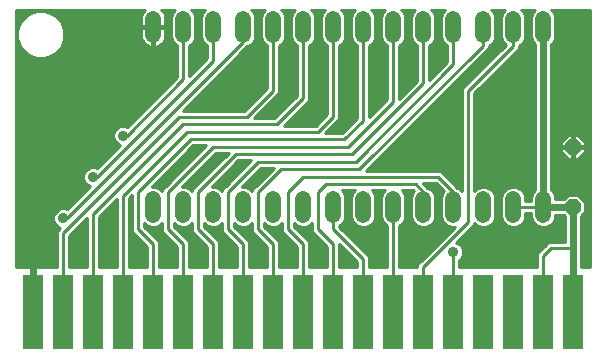
<source format=gtl>
G75*
%MOIN*%
%OFA0B0*%
%FSLAX25Y25*%
%IPPOS*%
%LPD*%
%AMOC8*
5,1,8,0,0,1.08239X$1,22.5*
%
%ADD10R,0.07000X0.25000*%
%ADD11OC8,0.05200*%
%ADD12C,0.05200*%
%ADD13C,0.01000*%
%ADD14C,0.02400*%
%ADD15C,0.03569*%
D10*
X0009000Y0013900D03*
X0019000Y0013900D03*
X0029000Y0013900D03*
X0039000Y0013900D03*
X0049000Y0013900D03*
X0059000Y0013900D03*
X0069000Y0013900D03*
X0079000Y0013900D03*
X0089000Y0013900D03*
X0099000Y0013900D03*
X0109000Y0013900D03*
X0119000Y0013900D03*
X0129000Y0013900D03*
X0139000Y0013900D03*
X0149000Y0013900D03*
X0159000Y0013900D03*
X0169000Y0013900D03*
X0179000Y0013900D03*
X0189000Y0013900D03*
D11*
X0189000Y0048900D03*
X0189000Y0068900D03*
D12*
X0179000Y0051500D02*
X0179000Y0046300D01*
X0169000Y0046300D02*
X0169000Y0051500D01*
X0159000Y0051500D02*
X0159000Y0046300D01*
X0149000Y0046300D02*
X0149000Y0051500D01*
X0139000Y0051500D02*
X0139000Y0046300D01*
X0129000Y0046300D02*
X0129000Y0051500D01*
X0119000Y0051500D02*
X0119000Y0046300D01*
X0109000Y0046300D02*
X0109000Y0051500D01*
X0099000Y0051500D02*
X0099000Y0046300D01*
X0089000Y0046300D02*
X0089000Y0051500D01*
X0079000Y0051500D02*
X0079000Y0046300D01*
X0069000Y0046300D02*
X0069000Y0051500D01*
X0059000Y0051500D02*
X0059000Y0046300D01*
X0049000Y0046300D02*
X0049000Y0051500D01*
X0049000Y0106300D02*
X0049000Y0111500D01*
X0059000Y0111500D02*
X0059000Y0106300D01*
X0069000Y0106300D02*
X0069000Y0111500D01*
X0079000Y0111500D02*
X0079000Y0106300D01*
X0089000Y0106300D02*
X0089000Y0111500D01*
X0099000Y0111500D02*
X0099000Y0106300D01*
X0109000Y0106300D02*
X0109000Y0111500D01*
X0119000Y0111500D02*
X0119000Y0106300D01*
X0129000Y0106300D02*
X0129000Y0111500D01*
X0139000Y0111500D02*
X0139000Y0106300D01*
X0149000Y0106300D02*
X0149000Y0111500D01*
X0159000Y0111500D02*
X0159000Y0106300D01*
X0169000Y0106300D02*
X0169000Y0111500D01*
X0179000Y0111500D02*
X0179000Y0106300D01*
D13*
X0182802Y0104765D02*
X0194750Y0104765D01*
X0194750Y0105763D02*
X0183100Y0105763D01*
X0183100Y0105484D02*
X0183100Y0112316D01*
X0182476Y0113822D01*
X0181648Y0114650D01*
X0194750Y0114650D01*
X0194750Y0028900D01*
X0191700Y0028900D01*
X0191700Y0045802D01*
X0193100Y0047202D01*
X0193100Y0050598D01*
X0190698Y0053000D01*
X0187302Y0053000D01*
X0185902Y0051600D01*
X0183100Y0051600D01*
X0183100Y0052316D01*
X0182476Y0053822D01*
X0181700Y0054598D01*
X0181700Y0103202D01*
X0182476Y0103978D01*
X0183100Y0105484D01*
X0183100Y0106762D02*
X0194750Y0106762D01*
X0194750Y0107760D02*
X0183100Y0107760D01*
X0183100Y0108759D02*
X0194750Y0108759D01*
X0194750Y0109757D02*
X0183100Y0109757D01*
X0183100Y0110756D02*
X0194750Y0110756D01*
X0194750Y0111754D02*
X0183100Y0111754D01*
X0182919Y0112753D02*
X0194750Y0112753D01*
X0194750Y0113751D02*
X0182505Y0113751D01*
X0176352Y0114650D02*
X0175524Y0113822D01*
X0174900Y0112316D01*
X0174900Y0105484D01*
X0175524Y0103978D01*
X0176300Y0103202D01*
X0176300Y0054598D01*
X0175524Y0053822D01*
X0174900Y0052316D01*
X0174900Y0050900D01*
X0173100Y0050900D01*
X0173100Y0052316D01*
X0172476Y0053822D01*
X0171322Y0054976D01*
X0169816Y0055600D01*
X0168184Y0055600D01*
X0166678Y0054976D01*
X0165524Y0053822D01*
X0164900Y0052316D01*
X0164900Y0045484D01*
X0165524Y0043978D01*
X0166678Y0042824D01*
X0168184Y0042200D01*
X0169816Y0042200D01*
X0171322Y0042824D01*
X0172476Y0043978D01*
X0173100Y0045484D01*
X0173100Y0046900D01*
X0174900Y0046900D01*
X0174900Y0045484D01*
X0175524Y0043978D01*
X0176678Y0042824D01*
X0178184Y0042200D01*
X0179816Y0042200D01*
X0181322Y0042824D01*
X0182476Y0043978D01*
X0183100Y0045484D01*
X0183100Y0046200D01*
X0185902Y0046200D01*
X0186300Y0045802D01*
X0186300Y0037150D01*
X0180672Y0037150D01*
X0179500Y0035978D01*
X0177000Y0033478D01*
X0177000Y0028900D01*
X0151000Y0028900D01*
X0151000Y0031255D01*
X0151784Y0032040D01*
X0152284Y0033247D01*
X0152284Y0034553D01*
X0151784Y0035760D01*
X0150860Y0036684D01*
X0149978Y0037050D01*
X0154828Y0041900D01*
X0154828Y0041900D01*
X0156000Y0043072D01*
X0156000Y0043502D01*
X0156678Y0042824D01*
X0158184Y0042200D01*
X0159816Y0042200D01*
X0161322Y0042824D01*
X0162476Y0043978D01*
X0163100Y0045484D01*
X0163100Y0052316D01*
X0162476Y0053822D01*
X0161322Y0054976D01*
X0159816Y0055600D01*
X0158184Y0055600D01*
X0156678Y0054976D01*
X0156000Y0054298D01*
X0156000Y0086822D01*
X0169828Y0100650D01*
X0171000Y0101822D01*
X0171000Y0102691D01*
X0171322Y0102824D01*
X0172476Y0103978D01*
X0173100Y0105484D01*
X0173100Y0112316D01*
X0172476Y0113822D01*
X0171648Y0114650D01*
X0176352Y0114650D01*
X0175495Y0113751D02*
X0172505Y0113751D01*
X0172919Y0112753D02*
X0175081Y0112753D01*
X0174900Y0111754D02*
X0173100Y0111754D01*
X0173100Y0110756D02*
X0174900Y0110756D01*
X0174900Y0109757D02*
X0173100Y0109757D01*
X0173100Y0108759D02*
X0174900Y0108759D01*
X0174900Y0107760D02*
X0173100Y0107760D01*
X0173100Y0106762D02*
X0174900Y0106762D01*
X0174900Y0105763D02*
X0173100Y0105763D01*
X0172802Y0104765D02*
X0175198Y0104765D01*
X0175736Y0103766D02*
X0172264Y0103766D01*
X0171186Y0102768D02*
X0176300Y0102768D01*
X0176300Y0101769D02*
X0170947Y0101769D01*
X0169949Y0100770D02*
X0176300Y0100770D01*
X0176300Y0099772D02*
X0168950Y0099772D01*
X0167952Y0098773D02*
X0176300Y0098773D01*
X0176300Y0097775D02*
X0166953Y0097775D01*
X0165955Y0096776D02*
X0176300Y0096776D01*
X0176300Y0095778D02*
X0164956Y0095778D01*
X0163958Y0094779D02*
X0176300Y0094779D01*
X0176300Y0093781D02*
X0162959Y0093781D01*
X0161961Y0092782D02*
X0176300Y0092782D01*
X0176300Y0091784D02*
X0160962Y0091784D01*
X0159964Y0090785D02*
X0176300Y0090785D01*
X0176300Y0089787D02*
X0158965Y0089787D01*
X0157967Y0088788D02*
X0176300Y0088788D01*
X0176300Y0087790D02*
X0156968Y0087790D01*
X0156000Y0086791D02*
X0176300Y0086791D01*
X0176300Y0085793D02*
X0156000Y0085793D01*
X0156000Y0084794D02*
X0176300Y0084794D01*
X0176300Y0083796D02*
X0156000Y0083796D01*
X0156000Y0082797D02*
X0176300Y0082797D01*
X0176300Y0081799D02*
X0156000Y0081799D01*
X0156000Y0080800D02*
X0176300Y0080800D01*
X0176300Y0079802D02*
X0156000Y0079802D01*
X0156000Y0078803D02*
X0176300Y0078803D01*
X0176300Y0077805D02*
X0156000Y0077805D01*
X0156000Y0076806D02*
X0176300Y0076806D01*
X0176300Y0075808D02*
X0156000Y0075808D01*
X0156000Y0074809D02*
X0176300Y0074809D01*
X0176300Y0073811D02*
X0156000Y0073811D01*
X0156000Y0072812D02*
X0176300Y0072812D01*
X0176300Y0071814D02*
X0156000Y0071814D01*
X0156000Y0070815D02*
X0176300Y0070815D01*
X0176300Y0069817D02*
X0156000Y0069817D01*
X0156000Y0068818D02*
X0176300Y0068818D01*
X0176300Y0067820D02*
X0156000Y0067820D01*
X0156000Y0066821D02*
X0176300Y0066821D01*
X0176300Y0065823D02*
X0156000Y0065823D01*
X0156000Y0064824D02*
X0176300Y0064824D01*
X0176300Y0063826D02*
X0156000Y0063826D01*
X0156000Y0062827D02*
X0176300Y0062827D01*
X0176300Y0061829D02*
X0156000Y0061829D01*
X0156000Y0060830D02*
X0176300Y0060830D01*
X0176300Y0059832D02*
X0156000Y0059832D01*
X0156000Y0058833D02*
X0176300Y0058833D01*
X0176300Y0057834D02*
X0156000Y0057834D01*
X0156000Y0056836D02*
X0176300Y0056836D01*
X0176300Y0055837D02*
X0156000Y0055837D01*
X0156000Y0054839D02*
X0156541Y0054839D01*
X0161459Y0054839D02*
X0166541Y0054839D01*
X0165542Y0053840D02*
X0162458Y0053840D01*
X0162882Y0052842D02*
X0165118Y0052842D01*
X0164900Y0051843D02*
X0163100Y0051843D01*
X0163100Y0050845D02*
X0164900Y0050845D01*
X0164900Y0049846D02*
X0163100Y0049846D01*
X0163100Y0048848D02*
X0164900Y0048848D01*
X0164900Y0047849D02*
X0163100Y0047849D01*
X0163100Y0046851D02*
X0164900Y0046851D01*
X0164900Y0045852D02*
X0163100Y0045852D01*
X0162839Y0044854D02*
X0165161Y0044854D01*
X0165646Y0043855D02*
X0162354Y0043855D01*
X0161355Y0042857D02*
X0166645Y0042857D01*
X0171355Y0042857D02*
X0176645Y0042857D01*
X0175646Y0043855D02*
X0172354Y0043855D01*
X0172839Y0044854D02*
X0175161Y0044854D01*
X0174900Y0045852D02*
X0173100Y0045852D01*
X0173100Y0046851D02*
X0174900Y0046851D01*
X0179000Y0048900D02*
X0169000Y0048900D01*
X0173100Y0051843D02*
X0174900Y0051843D01*
X0175118Y0052842D02*
X0172882Y0052842D01*
X0172458Y0053840D02*
X0175542Y0053840D01*
X0176300Y0054839D02*
X0171459Y0054839D01*
X0181700Y0054839D02*
X0194750Y0054839D01*
X0194750Y0055837D02*
X0181700Y0055837D01*
X0181700Y0056836D02*
X0194750Y0056836D01*
X0194750Y0057834D02*
X0181700Y0057834D01*
X0181700Y0058833D02*
X0194750Y0058833D01*
X0194750Y0059832D02*
X0181700Y0059832D01*
X0181700Y0060830D02*
X0194750Y0060830D01*
X0194750Y0061829D02*
X0181700Y0061829D01*
X0181700Y0062827D02*
X0194750Y0062827D01*
X0194750Y0063826D02*
X0181700Y0063826D01*
X0181700Y0064824D02*
X0187278Y0064824D01*
X0187302Y0064800D02*
X0184900Y0067202D01*
X0184900Y0068600D01*
X0188700Y0068600D01*
X0188700Y0069200D01*
X0188700Y0073000D01*
X0187302Y0073000D01*
X0184900Y0070598D01*
X0184900Y0069200D01*
X0188700Y0069200D01*
X0189300Y0069200D01*
X0189300Y0073000D01*
X0190698Y0073000D01*
X0193100Y0070598D01*
X0193100Y0069200D01*
X0189300Y0069200D01*
X0189300Y0068600D01*
X0193100Y0068600D01*
X0193100Y0067202D01*
X0190698Y0064800D01*
X0189300Y0064800D01*
X0189300Y0068600D01*
X0188700Y0068600D01*
X0188700Y0064800D01*
X0187302Y0064800D01*
X0188700Y0064824D02*
X0189300Y0064824D01*
X0189300Y0065823D02*
X0188700Y0065823D01*
X0188700Y0066821D02*
X0189300Y0066821D01*
X0189300Y0067820D02*
X0188700Y0067820D01*
X0188700Y0068818D02*
X0181700Y0068818D01*
X0181700Y0067820D02*
X0184900Y0067820D01*
X0185281Y0066821D02*
X0181700Y0066821D01*
X0181700Y0065823D02*
X0186279Y0065823D01*
X0190722Y0064824D02*
X0194750Y0064824D01*
X0194750Y0065823D02*
X0191721Y0065823D01*
X0192719Y0066821D02*
X0194750Y0066821D01*
X0194750Y0067820D02*
X0193100Y0067820D01*
X0194750Y0068818D02*
X0189300Y0068818D01*
X0189300Y0069817D02*
X0188700Y0069817D01*
X0188700Y0070815D02*
X0189300Y0070815D01*
X0189300Y0071814D02*
X0188700Y0071814D01*
X0188700Y0072812D02*
X0189300Y0072812D01*
X0190886Y0072812D02*
X0194750Y0072812D01*
X0194750Y0071814D02*
X0191885Y0071814D01*
X0192883Y0070815D02*
X0194750Y0070815D01*
X0194750Y0069817D02*
X0193100Y0069817D01*
X0194750Y0073811D02*
X0181700Y0073811D01*
X0181700Y0074809D02*
X0194750Y0074809D01*
X0194750Y0075808D02*
X0181700Y0075808D01*
X0181700Y0076806D02*
X0194750Y0076806D01*
X0194750Y0077805D02*
X0181700Y0077805D01*
X0181700Y0078803D02*
X0194750Y0078803D01*
X0194750Y0079802D02*
X0181700Y0079802D01*
X0181700Y0080800D02*
X0194750Y0080800D01*
X0194750Y0081799D02*
X0181700Y0081799D01*
X0181700Y0082797D02*
X0194750Y0082797D01*
X0194750Y0083796D02*
X0181700Y0083796D01*
X0181700Y0084794D02*
X0194750Y0084794D01*
X0194750Y0085793D02*
X0181700Y0085793D01*
X0181700Y0086791D02*
X0194750Y0086791D01*
X0194750Y0087790D02*
X0181700Y0087790D01*
X0181700Y0088788D02*
X0194750Y0088788D01*
X0194750Y0089787D02*
X0181700Y0089787D01*
X0181700Y0090785D02*
X0194750Y0090785D01*
X0194750Y0091784D02*
X0181700Y0091784D01*
X0181700Y0092782D02*
X0194750Y0092782D01*
X0194750Y0093781D02*
X0181700Y0093781D01*
X0181700Y0094779D02*
X0194750Y0094779D01*
X0194750Y0095778D02*
X0181700Y0095778D01*
X0181700Y0096776D02*
X0194750Y0096776D01*
X0194750Y0097775D02*
X0181700Y0097775D01*
X0181700Y0098773D02*
X0194750Y0098773D01*
X0194750Y0099772D02*
X0181700Y0099772D01*
X0181700Y0100770D02*
X0194750Y0100770D01*
X0194750Y0101769D02*
X0181700Y0101769D01*
X0181700Y0102768D02*
X0194750Y0102768D01*
X0194750Y0103766D02*
X0182264Y0103766D01*
X0169000Y0102650D02*
X0169000Y0108900D01*
X0164900Y0108759D02*
X0163100Y0108759D01*
X0163100Y0109757D02*
X0164900Y0109757D01*
X0164900Y0110756D02*
X0163100Y0110756D01*
X0163100Y0111754D02*
X0164900Y0111754D01*
X0164900Y0112316D02*
X0164900Y0105484D01*
X0165524Y0103978D01*
X0166512Y0102990D01*
X0152000Y0088478D01*
X0152000Y0054298D01*
X0151322Y0054976D01*
X0150350Y0055379D01*
X0146000Y0059728D01*
X0144828Y0060900D01*
X0120078Y0060900D01*
X0161000Y0101822D01*
X0161000Y0102691D01*
X0161322Y0102824D01*
X0162476Y0103978D01*
X0163100Y0105484D01*
X0163100Y0112316D01*
X0162476Y0113822D01*
X0161648Y0114650D01*
X0166352Y0114650D01*
X0165524Y0113822D01*
X0164900Y0112316D01*
X0165081Y0112753D02*
X0162919Y0112753D01*
X0162505Y0113751D02*
X0165495Y0113751D01*
X0159000Y0108900D02*
X0159000Y0102650D01*
X0117750Y0061400D01*
X0091500Y0061400D01*
X0084000Y0053900D01*
X0084000Y0041400D01*
X0089000Y0036400D01*
X0089000Y0013900D01*
X0079000Y0013900D02*
X0079000Y0036400D01*
X0074000Y0041400D01*
X0074000Y0053900D01*
X0084000Y0063900D01*
X0116500Y0063900D01*
X0149000Y0096400D01*
X0149000Y0108900D01*
X0144900Y0108759D02*
X0143100Y0108759D01*
X0143100Y0109757D02*
X0144900Y0109757D01*
X0144900Y0110756D02*
X0143100Y0110756D01*
X0143100Y0111754D02*
X0144900Y0111754D01*
X0144900Y0112316D02*
X0144900Y0105484D01*
X0145524Y0103978D01*
X0146678Y0102824D01*
X0147000Y0102691D01*
X0147000Y0097228D01*
X0141000Y0091228D01*
X0141000Y0102691D01*
X0141322Y0102824D01*
X0142476Y0103978D01*
X0143100Y0105484D01*
X0143100Y0112316D01*
X0142476Y0113822D01*
X0141648Y0114650D01*
X0146352Y0114650D01*
X0145524Y0113822D01*
X0144900Y0112316D01*
X0145081Y0112753D02*
X0142919Y0112753D01*
X0142505Y0113751D02*
X0145495Y0113751D01*
X0139000Y0108900D02*
X0139000Y0090150D01*
X0115250Y0066400D01*
X0076500Y0066400D01*
X0064000Y0053900D01*
X0064000Y0041400D01*
X0069000Y0036400D01*
X0069000Y0013900D01*
X0059000Y0013900D02*
X0059000Y0036400D01*
X0054000Y0041400D01*
X0054000Y0053900D01*
X0069000Y0068900D01*
X0114000Y0068900D01*
X0129000Y0083900D01*
X0129000Y0108900D01*
X0133100Y0108759D02*
X0134900Y0108759D01*
X0134900Y0109757D02*
X0133100Y0109757D01*
X0133100Y0110756D02*
X0134900Y0110756D01*
X0134900Y0111754D02*
X0133100Y0111754D01*
X0133100Y0112316D02*
X0132476Y0113822D01*
X0131648Y0114650D01*
X0136352Y0114650D01*
X0135524Y0113822D01*
X0134900Y0112316D01*
X0134900Y0105484D01*
X0135524Y0103978D01*
X0136678Y0102824D01*
X0137000Y0102691D01*
X0137000Y0090978D01*
X0131000Y0084978D01*
X0131000Y0102691D01*
X0131322Y0102824D01*
X0132476Y0103978D01*
X0133100Y0105484D01*
X0133100Y0112316D01*
X0132919Y0112753D02*
X0135081Y0112753D01*
X0135495Y0113751D02*
X0132505Y0113751D01*
X0126352Y0114650D02*
X0125524Y0113822D01*
X0124900Y0112316D01*
X0124900Y0105484D01*
X0125524Y0103978D01*
X0126678Y0102824D01*
X0127000Y0102691D01*
X0127000Y0084728D01*
X0121000Y0078728D01*
X0121000Y0102691D01*
X0121322Y0102824D01*
X0122476Y0103978D01*
X0123100Y0105484D01*
X0123100Y0112316D01*
X0122476Y0113822D01*
X0121648Y0114650D01*
X0126352Y0114650D01*
X0125495Y0113751D02*
X0122505Y0113751D01*
X0122919Y0112753D02*
X0125081Y0112753D01*
X0124900Y0111754D02*
X0123100Y0111754D01*
X0123100Y0110756D02*
X0124900Y0110756D01*
X0124900Y0109757D02*
X0123100Y0109757D01*
X0123100Y0108759D02*
X0124900Y0108759D01*
X0124900Y0107760D02*
X0123100Y0107760D01*
X0123100Y0106762D02*
X0124900Y0106762D01*
X0124900Y0105763D02*
X0123100Y0105763D01*
X0122802Y0104765D02*
X0125198Y0104765D01*
X0125736Y0103766D02*
X0122264Y0103766D01*
X0121186Y0102768D02*
X0126814Y0102768D01*
X0127000Y0101769D02*
X0121000Y0101769D01*
X0121000Y0100770D02*
X0127000Y0100770D01*
X0127000Y0099772D02*
X0121000Y0099772D01*
X0121000Y0098773D02*
X0127000Y0098773D01*
X0127000Y0097775D02*
X0121000Y0097775D01*
X0121000Y0096776D02*
X0127000Y0096776D01*
X0127000Y0095778D02*
X0121000Y0095778D01*
X0121000Y0094779D02*
X0127000Y0094779D01*
X0127000Y0093781D02*
X0121000Y0093781D01*
X0121000Y0092782D02*
X0127000Y0092782D01*
X0127000Y0091784D02*
X0121000Y0091784D01*
X0121000Y0090785D02*
X0127000Y0090785D01*
X0127000Y0089787D02*
X0121000Y0089787D01*
X0121000Y0088788D02*
X0127000Y0088788D01*
X0127000Y0087790D02*
X0121000Y0087790D01*
X0121000Y0086791D02*
X0127000Y0086791D01*
X0127000Y0085793D02*
X0121000Y0085793D01*
X0121000Y0084794D02*
X0127000Y0084794D01*
X0126067Y0083796D02*
X0121000Y0083796D01*
X0121000Y0082797D02*
X0125069Y0082797D01*
X0124070Y0081799D02*
X0121000Y0081799D01*
X0121000Y0080800D02*
X0123072Y0080800D01*
X0122073Y0079802D02*
X0121000Y0079802D01*
X0121000Y0078803D02*
X0121075Y0078803D01*
X0119000Y0077650D02*
X0112750Y0071400D01*
X0061500Y0071400D01*
X0044000Y0053900D01*
X0044000Y0041400D01*
X0049000Y0036400D01*
X0049000Y0013900D01*
X0039000Y0013900D02*
X0039000Y0052650D01*
X0060250Y0073900D01*
X0104000Y0073900D01*
X0109000Y0078900D01*
X0109000Y0108900D01*
X0113100Y0108759D02*
X0114900Y0108759D01*
X0114900Y0109757D02*
X0113100Y0109757D01*
X0113100Y0110756D02*
X0114900Y0110756D01*
X0114900Y0111754D02*
X0113100Y0111754D01*
X0113100Y0112316D02*
X0112476Y0113822D01*
X0111648Y0114650D01*
X0116352Y0114650D01*
X0115524Y0113822D01*
X0114900Y0112316D01*
X0114900Y0105484D01*
X0115524Y0103978D01*
X0116678Y0102824D01*
X0117000Y0102691D01*
X0117000Y0078478D01*
X0111922Y0073400D01*
X0106328Y0073400D01*
X0111000Y0078072D01*
X0111000Y0102691D01*
X0111322Y0102824D01*
X0112476Y0103978D01*
X0113100Y0105484D01*
X0113100Y0112316D01*
X0112919Y0112753D02*
X0115081Y0112753D01*
X0115495Y0113751D02*
X0112505Y0113751D01*
X0106352Y0114650D02*
X0105524Y0113822D01*
X0104900Y0112316D01*
X0104900Y0105484D01*
X0105524Y0103978D01*
X0106678Y0102824D01*
X0107000Y0102691D01*
X0107000Y0079728D01*
X0103172Y0075900D01*
X0092578Y0075900D01*
X0101000Y0084322D01*
X0101000Y0102691D01*
X0101322Y0102824D01*
X0102476Y0103978D01*
X0103100Y0105484D01*
X0103100Y0112316D01*
X0102476Y0113822D01*
X0101648Y0114650D01*
X0106352Y0114650D01*
X0105495Y0113751D02*
X0102505Y0113751D01*
X0102919Y0112753D02*
X0105081Y0112753D01*
X0104900Y0111754D02*
X0103100Y0111754D01*
X0103100Y0110756D02*
X0104900Y0110756D01*
X0104900Y0109757D02*
X0103100Y0109757D01*
X0103100Y0108759D02*
X0104900Y0108759D01*
X0104900Y0107760D02*
X0103100Y0107760D01*
X0103100Y0106762D02*
X0104900Y0106762D01*
X0104900Y0105763D02*
X0103100Y0105763D01*
X0102802Y0104765D02*
X0105198Y0104765D01*
X0105736Y0103766D02*
X0102264Y0103766D01*
X0101186Y0102768D02*
X0106814Y0102768D01*
X0107000Y0101769D02*
X0101000Y0101769D01*
X0101000Y0100770D02*
X0107000Y0100770D01*
X0107000Y0099772D02*
X0101000Y0099772D01*
X0101000Y0098773D02*
X0107000Y0098773D01*
X0107000Y0097775D02*
X0101000Y0097775D01*
X0101000Y0096776D02*
X0107000Y0096776D01*
X0107000Y0095778D02*
X0101000Y0095778D01*
X0101000Y0094779D02*
X0107000Y0094779D01*
X0107000Y0093781D02*
X0101000Y0093781D01*
X0101000Y0092782D02*
X0107000Y0092782D01*
X0107000Y0091784D02*
X0101000Y0091784D01*
X0101000Y0090785D02*
X0107000Y0090785D01*
X0107000Y0089787D02*
X0101000Y0089787D01*
X0101000Y0088788D02*
X0107000Y0088788D01*
X0107000Y0087790D02*
X0101000Y0087790D01*
X0101000Y0086791D02*
X0107000Y0086791D01*
X0107000Y0085793D02*
X0101000Y0085793D01*
X0101000Y0084794D02*
X0107000Y0084794D01*
X0107000Y0083796D02*
X0100474Y0083796D01*
X0099476Y0082797D02*
X0107000Y0082797D01*
X0107000Y0081799D02*
X0098477Y0081799D01*
X0097479Y0080800D02*
X0107000Y0080800D01*
X0107000Y0079802D02*
X0096480Y0079802D01*
X0095482Y0078803D02*
X0106075Y0078803D01*
X0105076Y0077805D02*
X0094483Y0077805D01*
X0093485Y0076806D02*
X0104078Y0076806D01*
X0107738Y0074809D02*
X0113331Y0074809D01*
X0114329Y0075808D02*
X0108736Y0075808D01*
X0109735Y0076806D02*
X0115328Y0076806D01*
X0116326Y0077805D02*
X0110733Y0077805D01*
X0111000Y0078803D02*
X0117000Y0078803D01*
X0117000Y0079802D02*
X0111000Y0079802D01*
X0111000Y0080800D02*
X0117000Y0080800D01*
X0117000Y0081799D02*
X0111000Y0081799D01*
X0111000Y0082797D02*
X0117000Y0082797D01*
X0117000Y0083796D02*
X0111000Y0083796D01*
X0111000Y0084794D02*
X0117000Y0084794D01*
X0117000Y0085793D02*
X0111000Y0085793D01*
X0111000Y0086791D02*
X0117000Y0086791D01*
X0117000Y0087790D02*
X0111000Y0087790D01*
X0111000Y0088788D02*
X0117000Y0088788D01*
X0117000Y0089787D02*
X0111000Y0089787D01*
X0111000Y0090785D02*
X0117000Y0090785D01*
X0117000Y0091784D02*
X0111000Y0091784D01*
X0111000Y0092782D02*
X0117000Y0092782D01*
X0117000Y0093781D02*
X0111000Y0093781D01*
X0111000Y0094779D02*
X0117000Y0094779D01*
X0117000Y0095778D02*
X0111000Y0095778D01*
X0111000Y0096776D02*
X0117000Y0096776D01*
X0117000Y0097775D02*
X0111000Y0097775D01*
X0111000Y0098773D02*
X0117000Y0098773D01*
X0117000Y0099772D02*
X0111000Y0099772D01*
X0111000Y0100770D02*
X0117000Y0100770D01*
X0117000Y0101769D02*
X0111000Y0101769D01*
X0111186Y0102768D02*
X0116814Y0102768D01*
X0115736Y0103766D02*
X0112264Y0103766D01*
X0112802Y0104765D02*
X0115198Y0104765D01*
X0114900Y0105763D02*
X0113100Y0105763D01*
X0113100Y0106762D02*
X0114900Y0106762D01*
X0114900Y0107760D02*
X0113100Y0107760D01*
X0119000Y0108900D02*
X0119000Y0077650D01*
X0112332Y0073811D02*
X0106739Y0073811D01*
X0092820Y0081799D02*
X0085977Y0081799D01*
X0086976Y0082797D02*
X0093819Y0082797D01*
X0094817Y0083796D02*
X0087974Y0083796D01*
X0088973Y0084794D02*
X0095816Y0084794D01*
X0096814Y0085793D02*
X0089971Y0085793D01*
X0090970Y0086791D02*
X0097000Y0086791D01*
X0097000Y0085978D02*
X0089422Y0078400D01*
X0082578Y0078400D01*
X0091000Y0086822D01*
X0091000Y0102691D01*
X0091322Y0102824D01*
X0092476Y0103978D01*
X0093100Y0105484D01*
X0093100Y0112316D01*
X0092476Y0113822D01*
X0091648Y0114650D01*
X0096352Y0114650D01*
X0095524Y0113822D01*
X0094900Y0112316D01*
X0094900Y0105484D01*
X0095524Y0103978D01*
X0096678Y0102824D01*
X0097000Y0102691D01*
X0097000Y0085978D01*
X0097000Y0087790D02*
X0091000Y0087790D01*
X0091000Y0088788D02*
X0097000Y0088788D01*
X0097000Y0089787D02*
X0091000Y0089787D01*
X0091000Y0090785D02*
X0097000Y0090785D01*
X0097000Y0091784D02*
X0091000Y0091784D01*
X0091000Y0092782D02*
X0097000Y0092782D01*
X0097000Y0093781D02*
X0091000Y0093781D01*
X0091000Y0094779D02*
X0097000Y0094779D01*
X0097000Y0095778D02*
X0091000Y0095778D01*
X0091000Y0096776D02*
X0097000Y0096776D01*
X0097000Y0097775D02*
X0091000Y0097775D01*
X0091000Y0098773D02*
X0097000Y0098773D01*
X0097000Y0099772D02*
X0091000Y0099772D01*
X0091000Y0100770D02*
X0097000Y0100770D01*
X0097000Y0101769D02*
X0091000Y0101769D01*
X0091186Y0102768D02*
X0096814Y0102768D01*
X0095736Y0103766D02*
X0092264Y0103766D01*
X0092802Y0104765D02*
X0095198Y0104765D01*
X0094900Y0105763D02*
X0093100Y0105763D01*
X0093100Y0106762D02*
X0094900Y0106762D01*
X0094900Y0107760D02*
X0093100Y0107760D01*
X0093100Y0108759D02*
X0094900Y0108759D01*
X0094900Y0109757D02*
X0093100Y0109757D01*
X0093100Y0110756D02*
X0094900Y0110756D01*
X0094900Y0111754D02*
X0093100Y0111754D01*
X0092919Y0112753D02*
X0095081Y0112753D01*
X0095495Y0113751D02*
X0092505Y0113751D01*
X0086352Y0114650D02*
X0085524Y0113822D01*
X0084900Y0112316D01*
X0084900Y0105484D01*
X0085524Y0103978D01*
X0086678Y0102824D01*
X0087000Y0102691D01*
X0087000Y0088478D01*
X0079422Y0080900D01*
X0058828Y0080900D01*
X0080350Y0102421D01*
X0081322Y0102824D01*
X0082476Y0103978D01*
X0083100Y0105484D01*
X0083100Y0112316D01*
X0082476Y0113822D01*
X0081648Y0114650D01*
X0086352Y0114650D01*
X0085495Y0113751D02*
X0082505Y0113751D01*
X0082919Y0112753D02*
X0085081Y0112753D01*
X0084900Y0111754D02*
X0083100Y0111754D01*
X0083100Y0110756D02*
X0084900Y0110756D01*
X0084900Y0109757D02*
X0083100Y0109757D01*
X0083100Y0108759D02*
X0084900Y0108759D01*
X0084900Y0107760D02*
X0083100Y0107760D01*
X0083100Y0106762D02*
X0084900Y0106762D01*
X0084900Y0105763D02*
X0083100Y0105763D01*
X0082802Y0104765D02*
X0085198Y0104765D01*
X0085736Y0103766D02*
X0082264Y0103766D01*
X0081186Y0102768D02*
X0086814Y0102768D01*
X0087000Y0101769D02*
X0079697Y0101769D01*
X0078699Y0100770D02*
X0087000Y0100770D01*
X0087000Y0099772D02*
X0077700Y0099772D01*
X0076702Y0098773D02*
X0087000Y0098773D01*
X0087000Y0097775D02*
X0075703Y0097775D01*
X0074705Y0096776D02*
X0087000Y0096776D01*
X0087000Y0095778D02*
X0073706Y0095778D01*
X0072708Y0094779D02*
X0087000Y0094779D01*
X0087000Y0093781D02*
X0071709Y0093781D01*
X0070711Y0092782D02*
X0087000Y0092782D01*
X0087000Y0091784D02*
X0069712Y0091784D01*
X0068714Y0090785D02*
X0087000Y0090785D01*
X0087000Y0089787D02*
X0067715Y0089787D01*
X0066717Y0088788D02*
X0087000Y0088788D01*
X0086311Y0087790D02*
X0065718Y0087790D01*
X0064720Y0086791D02*
X0085313Y0086791D01*
X0084314Y0085793D02*
X0063721Y0085793D01*
X0062723Y0084794D02*
X0083316Y0084794D01*
X0082317Y0083796D02*
X0061724Y0083796D01*
X0060726Y0082797D02*
X0081319Y0082797D01*
X0080320Y0081799D02*
X0059727Y0081799D01*
X0057750Y0078900D02*
X0019000Y0040150D01*
X0019000Y0013900D01*
X0029000Y0013900D02*
X0029000Y0046400D01*
X0059000Y0076400D01*
X0090250Y0076400D01*
X0099000Y0085150D01*
X0099000Y0108900D01*
X0089000Y0108900D02*
X0089000Y0087650D01*
X0080250Y0078900D01*
X0057750Y0078900D01*
X0049566Y0084794D02*
X0003250Y0084794D01*
X0003250Y0083796D02*
X0048567Y0083796D01*
X0047569Y0082797D02*
X0003250Y0082797D01*
X0003250Y0081799D02*
X0046570Y0081799D01*
X0045572Y0080800D02*
X0003250Y0080800D01*
X0003250Y0079802D02*
X0044573Y0079802D01*
X0043575Y0078803D02*
X0003250Y0078803D01*
X0003250Y0077805D02*
X0042576Y0077805D01*
X0041578Y0076806D02*
X0003250Y0076806D01*
X0003250Y0075808D02*
X0038041Y0075808D01*
X0038347Y0075934D02*
X0037140Y0075434D01*
X0036216Y0074510D01*
X0035716Y0073303D01*
X0035716Y0071997D01*
X0036216Y0070790D01*
X0037140Y0069866D01*
X0038022Y0069500D01*
X0030398Y0061876D01*
X0029653Y0062184D01*
X0028347Y0062184D01*
X0027140Y0061684D01*
X0026216Y0060760D01*
X0025716Y0059553D01*
X0025716Y0058247D01*
X0026216Y0057040D01*
X0027140Y0056116D01*
X0028022Y0055750D01*
X0020398Y0048126D01*
X0019653Y0048434D01*
X0018347Y0048434D01*
X0017140Y0047934D01*
X0016216Y0047010D01*
X0015716Y0045803D01*
X0015716Y0044497D01*
X0016216Y0043290D01*
X0017140Y0042366D01*
X0018022Y0042000D01*
X0017000Y0040978D01*
X0017000Y0028900D01*
X0003250Y0028900D01*
X0003250Y0114650D01*
X0046360Y0114650D01*
X0046329Y0114627D01*
X0045873Y0114171D01*
X0045493Y0113649D01*
X0045200Y0113074D01*
X0045001Y0112460D01*
X0044900Y0111823D01*
X0044900Y0109200D01*
X0048700Y0109200D01*
X0048700Y0108600D01*
X0049300Y0108600D01*
X0049300Y0109200D01*
X0053100Y0109200D01*
X0053100Y0111823D01*
X0052999Y0112460D01*
X0052800Y0113074D01*
X0052507Y0113649D01*
X0052127Y0114171D01*
X0051671Y0114627D01*
X0051640Y0114650D01*
X0056352Y0114650D01*
X0055524Y0113822D01*
X0054900Y0112316D01*
X0054900Y0105484D01*
X0055524Y0103978D01*
X0056678Y0102824D01*
X0057000Y0102691D01*
X0057000Y0092228D01*
X0040398Y0075626D01*
X0039653Y0075934D01*
X0038347Y0075934D01*
X0039959Y0075808D02*
X0040579Y0075808D01*
X0036515Y0074809D02*
X0003250Y0074809D01*
X0003250Y0073811D02*
X0035926Y0073811D01*
X0035716Y0072812D02*
X0003250Y0072812D01*
X0003250Y0071814D02*
X0035792Y0071814D01*
X0036205Y0070815D02*
X0003250Y0070815D01*
X0003250Y0069817D02*
X0037258Y0069817D01*
X0037340Y0068818D02*
X0003250Y0068818D01*
X0003250Y0067820D02*
X0036341Y0067820D01*
X0035343Y0066821D02*
X0003250Y0066821D01*
X0003250Y0065823D02*
X0034344Y0065823D01*
X0033346Y0064824D02*
X0003250Y0064824D01*
X0003250Y0063826D02*
X0032347Y0063826D01*
X0031349Y0062827D02*
X0003250Y0062827D01*
X0003250Y0061829D02*
X0027488Y0061829D01*
X0026285Y0060830D02*
X0003250Y0060830D01*
X0003250Y0059832D02*
X0025831Y0059832D01*
X0025716Y0058833D02*
X0003250Y0058833D01*
X0003250Y0057834D02*
X0025886Y0057834D01*
X0026419Y0056836D02*
X0003250Y0056836D01*
X0003250Y0055837D02*
X0027811Y0055837D01*
X0027111Y0054839D02*
X0003250Y0054839D01*
X0003250Y0053840D02*
X0026112Y0053840D01*
X0025114Y0052842D02*
X0003250Y0052842D01*
X0003250Y0051843D02*
X0024115Y0051843D01*
X0023117Y0050845D02*
X0003250Y0050845D01*
X0003250Y0049846D02*
X0022118Y0049846D01*
X0021119Y0048848D02*
X0003250Y0048848D01*
X0003250Y0047849D02*
X0017055Y0047849D01*
X0016150Y0046851D02*
X0003250Y0046851D01*
X0003250Y0045852D02*
X0015736Y0045852D01*
X0015716Y0044854D02*
X0003250Y0044854D01*
X0003250Y0043855D02*
X0015981Y0043855D01*
X0016649Y0042857D02*
X0003250Y0042857D01*
X0003250Y0041858D02*
X0017880Y0041858D01*
X0017000Y0040860D02*
X0003250Y0040860D01*
X0003250Y0039861D02*
X0017000Y0039861D01*
X0017000Y0038863D02*
X0003250Y0038863D01*
X0003250Y0037864D02*
X0017000Y0037864D01*
X0017000Y0036866D02*
X0003250Y0036866D01*
X0003250Y0035867D02*
X0017000Y0035867D01*
X0017000Y0034869D02*
X0003250Y0034869D01*
X0003250Y0033870D02*
X0017000Y0033870D01*
X0017000Y0032872D02*
X0003250Y0032872D01*
X0003250Y0031873D02*
X0017000Y0031873D01*
X0017000Y0030875D02*
X0003250Y0030875D01*
X0003250Y0029876D02*
X0017000Y0029876D01*
X0021000Y0029876D02*
X0027000Y0029876D01*
X0027000Y0028900D02*
X0021000Y0028900D01*
X0021000Y0039322D01*
X0027000Y0045322D01*
X0027000Y0028900D01*
X0027000Y0030875D02*
X0021000Y0030875D01*
X0021000Y0031873D02*
X0027000Y0031873D01*
X0027000Y0032872D02*
X0021000Y0032872D01*
X0021000Y0033870D02*
X0027000Y0033870D01*
X0027000Y0034869D02*
X0021000Y0034869D01*
X0021000Y0035867D02*
X0027000Y0035867D01*
X0027000Y0036866D02*
X0021000Y0036866D01*
X0021000Y0037864D02*
X0027000Y0037864D01*
X0027000Y0038863D02*
X0021000Y0038863D01*
X0021540Y0039861D02*
X0027000Y0039861D01*
X0027000Y0040860D02*
X0022538Y0040860D01*
X0023537Y0041858D02*
X0027000Y0041858D01*
X0027000Y0042857D02*
X0024535Y0042857D01*
X0025534Y0043855D02*
X0027000Y0043855D01*
X0027000Y0044854D02*
X0026532Y0044854D01*
X0031000Y0044854D02*
X0037000Y0044854D01*
X0037000Y0045852D02*
X0031281Y0045852D01*
X0031000Y0045572D02*
X0037000Y0051572D01*
X0037000Y0028900D01*
X0031000Y0028900D01*
X0031000Y0045572D01*
X0031000Y0043855D02*
X0037000Y0043855D01*
X0037000Y0042857D02*
X0031000Y0042857D01*
X0031000Y0041858D02*
X0037000Y0041858D01*
X0037000Y0040860D02*
X0031000Y0040860D01*
X0031000Y0039861D02*
X0037000Y0039861D01*
X0037000Y0038863D02*
X0031000Y0038863D01*
X0031000Y0037864D02*
X0037000Y0037864D01*
X0037000Y0036866D02*
X0031000Y0036866D01*
X0031000Y0035867D02*
X0037000Y0035867D01*
X0037000Y0034869D02*
X0031000Y0034869D01*
X0031000Y0033870D02*
X0037000Y0033870D01*
X0037000Y0032872D02*
X0031000Y0032872D01*
X0031000Y0031873D02*
X0037000Y0031873D01*
X0037000Y0030875D02*
X0031000Y0030875D01*
X0031000Y0029876D02*
X0037000Y0029876D01*
X0041000Y0029876D02*
X0047000Y0029876D01*
X0047000Y0028900D02*
X0041000Y0028900D01*
X0041000Y0051822D01*
X0042000Y0052822D01*
X0042000Y0040572D01*
X0047000Y0035572D01*
X0047000Y0028900D01*
X0047000Y0030875D02*
X0041000Y0030875D01*
X0041000Y0031873D02*
X0047000Y0031873D01*
X0047000Y0032872D02*
X0041000Y0032872D01*
X0041000Y0033870D02*
X0047000Y0033870D01*
X0047000Y0034869D02*
X0041000Y0034869D01*
X0041000Y0035867D02*
X0046704Y0035867D01*
X0045706Y0036866D02*
X0041000Y0036866D01*
X0041000Y0037864D02*
X0044707Y0037864D01*
X0043709Y0038863D02*
X0041000Y0038863D01*
X0041000Y0039861D02*
X0042710Y0039861D01*
X0042000Y0040860D02*
X0041000Y0040860D01*
X0041000Y0041858D02*
X0042000Y0041858D01*
X0042000Y0042857D02*
X0041000Y0042857D01*
X0041000Y0043855D02*
X0042000Y0043855D01*
X0042000Y0044854D02*
X0041000Y0044854D01*
X0041000Y0045852D02*
X0042000Y0045852D01*
X0042000Y0046851D02*
X0041000Y0046851D01*
X0041000Y0047849D02*
X0042000Y0047849D01*
X0042000Y0048848D02*
X0041000Y0048848D01*
X0041000Y0049846D02*
X0042000Y0049846D01*
X0042000Y0050845D02*
X0041000Y0050845D01*
X0041022Y0051843D02*
X0042000Y0051843D01*
X0037000Y0050845D02*
X0036273Y0050845D01*
X0037000Y0049846D02*
X0035275Y0049846D01*
X0034276Y0048848D02*
X0037000Y0048848D01*
X0037000Y0047849D02*
X0033278Y0047849D01*
X0032279Y0046851D02*
X0037000Y0046851D01*
X0046000Y0043502D02*
X0046000Y0042228D01*
X0049828Y0038400D01*
X0051000Y0037228D01*
X0051000Y0028900D01*
X0057000Y0028900D01*
X0057000Y0035572D01*
X0052000Y0040572D01*
X0052000Y0043502D01*
X0051322Y0042824D01*
X0049816Y0042200D01*
X0048184Y0042200D01*
X0046678Y0042824D01*
X0046000Y0043502D01*
X0046000Y0042857D02*
X0046645Y0042857D01*
X0046370Y0041858D02*
X0052000Y0041858D01*
X0052000Y0040860D02*
X0047369Y0040860D01*
X0048367Y0039861D02*
X0052710Y0039861D01*
X0053709Y0038863D02*
X0049366Y0038863D01*
X0050364Y0037864D02*
X0054707Y0037864D01*
X0055706Y0036866D02*
X0051000Y0036866D01*
X0051000Y0035867D02*
X0056704Y0035867D01*
X0057000Y0034869D02*
X0051000Y0034869D01*
X0051000Y0033870D02*
X0057000Y0033870D01*
X0057000Y0032872D02*
X0051000Y0032872D01*
X0051000Y0031873D02*
X0057000Y0031873D01*
X0057000Y0030875D02*
X0051000Y0030875D01*
X0051000Y0029876D02*
X0057000Y0029876D01*
X0061000Y0029876D02*
X0067000Y0029876D01*
X0067000Y0028900D02*
X0061000Y0028900D01*
X0061000Y0037228D01*
X0059828Y0038400D01*
X0056000Y0042228D01*
X0056000Y0043502D01*
X0056678Y0042824D01*
X0058184Y0042200D01*
X0059816Y0042200D01*
X0061322Y0042824D01*
X0062000Y0043502D01*
X0062000Y0040572D01*
X0067000Y0035572D01*
X0067000Y0028900D01*
X0067000Y0030875D02*
X0061000Y0030875D01*
X0061000Y0031873D02*
X0067000Y0031873D01*
X0067000Y0032872D02*
X0061000Y0032872D01*
X0061000Y0033870D02*
X0067000Y0033870D01*
X0067000Y0034869D02*
X0061000Y0034869D01*
X0061000Y0035867D02*
X0066704Y0035867D01*
X0065706Y0036866D02*
X0061000Y0036866D01*
X0060364Y0037864D02*
X0064707Y0037864D01*
X0063709Y0038863D02*
X0059366Y0038863D01*
X0058367Y0039861D02*
X0062710Y0039861D01*
X0062000Y0040860D02*
X0057369Y0040860D01*
X0056370Y0041858D02*
X0062000Y0041858D01*
X0062000Y0042857D02*
X0061355Y0042857D01*
X0056645Y0042857D02*
X0056000Y0042857D01*
X0052000Y0042857D02*
X0051355Y0042857D01*
X0066000Y0042857D02*
X0066645Y0042857D01*
X0066678Y0042824D02*
X0068184Y0042200D01*
X0069816Y0042200D01*
X0071322Y0042824D01*
X0072000Y0043502D01*
X0072000Y0040572D01*
X0077000Y0035572D01*
X0077000Y0028900D01*
X0071000Y0028900D01*
X0071000Y0037228D01*
X0069828Y0038400D01*
X0066000Y0042228D01*
X0066000Y0043502D01*
X0066678Y0042824D01*
X0066370Y0041858D02*
X0072000Y0041858D01*
X0072000Y0040860D02*
X0067369Y0040860D01*
X0068367Y0039861D02*
X0072710Y0039861D01*
X0073709Y0038863D02*
X0069366Y0038863D01*
X0069828Y0038400D02*
X0069828Y0038400D01*
X0070364Y0037864D02*
X0074707Y0037864D01*
X0075706Y0036866D02*
X0071000Y0036866D01*
X0071000Y0035867D02*
X0076704Y0035867D01*
X0077000Y0034869D02*
X0071000Y0034869D01*
X0071000Y0033870D02*
X0077000Y0033870D01*
X0077000Y0032872D02*
X0071000Y0032872D01*
X0071000Y0031873D02*
X0077000Y0031873D01*
X0077000Y0030875D02*
X0071000Y0030875D01*
X0071000Y0029876D02*
X0077000Y0029876D01*
X0081000Y0029876D02*
X0087000Y0029876D01*
X0087000Y0028900D02*
X0081000Y0028900D01*
X0081000Y0037228D01*
X0079828Y0038400D01*
X0076000Y0042228D01*
X0076000Y0043502D01*
X0076678Y0042824D01*
X0078184Y0042200D01*
X0079816Y0042200D01*
X0081322Y0042824D01*
X0082000Y0043502D01*
X0082000Y0040572D01*
X0087000Y0035572D01*
X0087000Y0028900D01*
X0087000Y0030875D02*
X0081000Y0030875D01*
X0081000Y0031873D02*
X0087000Y0031873D01*
X0087000Y0032872D02*
X0081000Y0032872D01*
X0081000Y0033870D02*
X0087000Y0033870D01*
X0087000Y0034869D02*
X0081000Y0034869D01*
X0081000Y0035867D02*
X0086704Y0035867D01*
X0085706Y0036866D02*
X0081000Y0036866D01*
X0080364Y0037864D02*
X0084707Y0037864D01*
X0083709Y0038863D02*
X0079366Y0038863D01*
X0078367Y0039861D02*
X0082710Y0039861D01*
X0082000Y0040860D02*
X0077369Y0040860D01*
X0076370Y0041858D02*
X0082000Y0041858D01*
X0082000Y0042857D02*
X0081355Y0042857D01*
X0086000Y0042857D02*
X0086645Y0042857D01*
X0086678Y0042824D02*
X0088184Y0042200D01*
X0089816Y0042200D01*
X0091322Y0042824D01*
X0092000Y0043502D01*
X0092000Y0040572D01*
X0097000Y0035572D01*
X0097000Y0028900D01*
X0091000Y0028900D01*
X0091000Y0037228D01*
X0089828Y0038400D01*
X0086000Y0042228D01*
X0086000Y0043502D01*
X0086678Y0042824D01*
X0086370Y0041858D02*
X0092000Y0041858D01*
X0092000Y0040860D02*
X0087369Y0040860D01*
X0088367Y0039861D02*
X0092710Y0039861D01*
X0093709Y0038863D02*
X0089366Y0038863D01*
X0090364Y0037864D02*
X0094707Y0037864D01*
X0095706Y0036866D02*
X0091000Y0036866D01*
X0091000Y0035867D02*
X0096704Y0035867D01*
X0097000Y0034869D02*
X0091000Y0034869D01*
X0091000Y0033870D02*
X0097000Y0033870D01*
X0097000Y0032872D02*
X0091000Y0032872D01*
X0091000Y0031873D02*
X0097000Y0031873D01*
X0097000Y0030875D02*
X0091000Y0030875D01*
X0091000Y0029876D02*
X0097000Y0029876D01*
X0101000Y0029876D02*
X0107000Y0029876D01*
X0107000Y0028900D02*
X0101000Y0028900D01*
X0101000Y0037228D01*
X0099828Y0038400D01*
X0096000Y0042228D01*
X0096000Y0043502D01*
X0096678Y0042824D01*
X0098184Y0042200D01*
X0099816Y0042200D01*
X0101322Y0042824D01*
X0102000Y0043502D01*
X0102000Y0040572D01*
X0107000Y0035572D01*
X0107000Y0028900D01*
X0107000Y0030875D02*
X0101000Y0030875D01*
X0101000Y0031873D02*
X0107000Y0031873D01*
X0107000Y0032872D02*
X0101000Y0032872D01*
X0101000Y0033870D02*
X0107000Y0033870D01*
X0107000Y0034869D02*
X0101000Y0034869D01*
X0101000Y0035867D02*
X0106704Y0035867D01*
X0105706Y0036866D02*
X0101000Y0036866D01*
X0100364Y0037864D02*
X0104707Y0037864D01*
X0103709Y0038863D02*
X0099366Y0038863D01*
X0098367Y0039861D02*
X0102710Y0039861D01*
X0102000Y0040860D02*
X0097369Y0040860D01*
X0096370Y0041858D02*
X0102000Y0041858D01*
X0102000Y0042857D02*
X0101355Y0042857D01*
X0104000Y0041400D02*
X0109000Y0036400D01*
X0109000Y0013900D01*
X0099000Y0013900D02*
X0099000Y0036400D01*
X0094000Y0041400D01*
X0094000Y0053900D01*
X0099000Y0058900D01*
X0144000Y0058900D01*
X0149000Y0053900D01*
X0149000Y0048900D01*
X0144900Y0048848D02*
X0143100Y0048848D01*
X0143100Y0049846D02*
X0144900Y0049846D01*
X0144900Y0050845D02*
X0143100Y0050845D01*
X0143100Y0051843D02*
X0144900Y0051843D01*
X0144900Y0052316D02*
X0144900Y0045484D01*
X0145524Y0043978D01*
X0146678Y0042824D01*
X0148184Y0042200D01*
X0149472Y0042200D01*
X0138172Y0030900D01*
X0138172Y0030900D01*
X0137000Y0029728D01*
X0137000Y0028900D01*
X0131000Y0028900D01*
X0131000Y0042691D01*
X0131322Y0042824D01*
X0132476Y0043978D01*
X0133100Y0045484D01*
X0133100Y0052316D01*
X0132476Y0053822D01*
X0131898Y0054400D01*
X0135672Y0054400D01*
X0135887Y0054185D01*
X0135524Y0053822D01*
X0134900Y0052316D01*
X0134900Y0045484D01*
X0135524Y0043978D01*
X0136678Y0042824D01*
X0138184Y0042200D01*
X0139816Y0042200D01*
X0141322Y0042824D01*
X0142476Y0043978D01*
X0143100Y0045484D01*
X0143100Y0052316D01*
X0142476Y0053822D01*
X0141322Y0054976D01*
X0140350Y0055379D01*
X0138828Y0056900D01*
X0143172Y0056900D01*
X0145887Y0054185D01*
X0145524Y0053822D01*
X0144900Y0052316D01*
X0145118Y0052842D02*
X0142882Y0052842D01*
X0142458Y0053840D02*
X0145542Y0053840D01*
X0145233Y0054839D02*
X0141459Y0054839D01*
X0139891Y0055837D02*
X0144234Y0055837D01*
X0143236Y0056836D02*
X0138892Y0056836D01*
X0136500Y0056400D02*
X0106500Y0056400D01*
X0104000Y0053900D01*
X0104000Y0041400D01*
X0109000Y0041400D02*
X0119000Y0031400D01*
X0119000Y0013900D01*
X0129000Y0013900D02*
X0129000Y0048900D01*
X0133100Y0048848D02*
X0134900Y0048848D01*
X0134900Y0049846D02*
X0133100Y0049846D01*
X0133100Y0050845D02*
X0134900Y0050845D01*
X0134900Y0051843D02*
X0133100Y0051843D01*
X0132882Y0052842D02*
X0135118Y0052842D01*
X0135542Y0053840D02*
X0132458Y0053840D01*
X0136500Y0056400D02*
X0139000Y0053900D01*
X0139000Y0048900D01*
X0143100Y0047849D02*
X0144900Y0047849D01*
X0144900Y0046851D02*
X0143100Y0046851D01*
X0143100Y0045852D02*
X0144900Y0045852D01*
X0145161Y0044854D02*
X0142839Y0044854D01*
X0142354Y0043855D02*
X0145646Y0043855D01*
X0146645Y0042857D02*
X0141355Y0042857D01*
X0136645Y0042857D02*
X0131355Y0042857D01*
X0131000Y0041858D02*
X0149130Y0041858D01*
X0148131Y0040860D02*
X0131000Y0040860D01*
X0131000Y0039861D02*
X0147133Y0039861D01*
X0146134Y0038863D02*
X0131000Y0038863D01*
X0131000Y0037864D02*
X0145136Y0037864D01*
X0144137Y0036866D02*
X0131000Y0036866D01*
X0131000Y0035867D02*
X0143139Y0035867D01*
X0142140Y0034869D02*
X0131000Y0034869D01*
X0131000Y0033870D02*
X0141142Y0033870D01*
X0140143Y0032872D02*
X0131000Y0032872D01*
X0131000Y0031873D02*
X0139145Y0031873D01*
X0138146Y0030875D02*
X0131000Y0030875D01*
X0131000Y0029876D02*
X0137148Y0029876D01*
X0139000Y0028900D02*
X0154000Y0043900D01*
X0154000Y0087650D01*
X0169000Y0102650D01*
X0166289Y0102768D02*
X0161186Y0102768D01*
X0160947Y0101769D02*
X0165291Y0101769D01*
X0164292Y0100770D02*
X0159949Y0100770D01*
X0158950Y0099772D02*
X0163294Y0099772D01*
X0162295Y0098773D02*
X0157952Y0098773D01*
X0156953Y0097775D02*
X0161297Y0097775D01*
X0160298Y0096776D02*
X0155955Y0096776D01*
X0154956Y0095778D02*
X0159300Y0095778D01*
X0158301Y0094779D02*
X0153958Y0094779D01*
X0152959Y0093781D02*
X0157302Y0093781D01*
X0156304Y0092782D02*
X0151961Y0092782D01*
X0150962Y0091784D02*
X0155305Y0091784D01*
X0154307Y0090785D02*
X0149964Y0090785D01*
X0148965Y0089787D02*
X0153308Y0089787D01*
X0152310Y0088788D02*
X0147967Y0088788D01*
X0146968Y0087790D02*
X0152000Y0087790D01*
X0152000Y0086791D02*
X0145970Y0086791D01*
X0144971Y0085793D02*
X0152000Y0085793D01*
X0152000Y0084794D02*
X0143973Y0084794D01*
X0142974Y0083796D02*
X0152000Y0083796D01*
X0152000Y0082797D02*
X0141976Y0082797D01*
X0140977Y0081799D02*
X0152000Y0081799D01*
X0152000Y0080800D02*
X0139979Y0080800D01*
X0138980Y0079802D02*
X0152000Y0079802D01*
X0152000Y0078803D02*
X0137982Y0078803D01*
X0136983Y0077805D02*
X0152000Y0077805D01*
X0152000Y0076806D02*
X0135985Y0076806D01*
X0134986Y0075808D02*
X0152000Y0075808D01*
X0152000Y0074809D02*
X0133988Y0074809D01*
X0132989Y0073811D02*
X0152000Y0073811D01*
X0152000Y0072812D02*
X0131991Y0072812D01*
X0130992Y0071814D02*
X0152000Y0071814D01*
X0152000Y0070815D02*
X0129994Y0070815D01*
X0128995Y0069817D02*
X0152000Y0069817D01*
X0152000Y0068818D02*
X0127997Y0068818D01*
X0126998Y0067820D02*
X0152000Y0067820D01*
X0152000Y0066821D02*
X0126000Y0066821D01*
X0125001Y0065823D02*
X0152000Y0065823D01*
X0152000Y0064824D02*
X0124002Y0064824D01*
X0123004Y0063826D02*
X0152000Y0063826D01*
X0152000Y0062827D02*
X0122005Y0062827D01*
X0121007Y0061829D02*
X0152000Y0061829D01*
X0152000Y0060830D02*
X0144898Y0060830D01*
X0145897Y0059832D02*
X0152000Y0059832D01*
X0152000Y0058833D02*
X0146895Y0058833D01*
X0147894Y0057834D02*
X0152000Y0057834D01*
X0152000Y0056836D02*
X0148892Y0056836D01*
X0149891Y0055837D02*
X0152000Y0055837D01*
X0152000Y0054839D02*
X0151459Y0054839D01*
X0134900Y0047849D02*
X0133100Y0047849D01*
X0133100Y0046851D02*
X0134900Y0046851D01*
X0134900Y0045852D02*
X0133100Y0045852D01*
X0132839Y0044854D02*
X0135161Y0044854D01*
X0135646Y0043855D02*
X0132354Y0043855D01*
X0127000Y0042691D02*
X0127000Y0028900D01*
X0121000Y0028900D01*
X0121000Y0032228D01*
X0119828Y0033400D01*
X0111000Y0042228D01*
X0111000Y0042691D01*
X0111322Y0042824D01*
X0112476Y0043978D01*
X0113100Y0045484D01*
X0113100Y0052316D01*
X0112476Y0053822D01*
X0111898Y0054400D01*
X0116102Y0054400D01*
X0115524Y0053822D01*
X0114900Y0052316D01*
X0114900Y0045484D01*
X0115524Y0043978D01*
X0116678Y0042824D01*
X0118184Y0042200D01*
X0119816Y0042200D01*
X0121322Y0042824D01*
X0122476Y0043978D01*
X0123100Y0045484D01*
X0123100Y0052316D01*
X0122476Y0053822D01*
X0121898Y0054400D01*
X0126102Y0054400D01*
X0125524Y0053822D01*
X0124900Y0052316D01*
X0124900Y0045484D01*
X0125524Y0043978D01*
X0126678Y0042824D01*
X0127000Y0042691D01*
X0126645Y0042857D02*
X0121355Y0042857D01*
X0122354Y0043855D02*
X0125646Y0043855D01*
X0125161Y0044854D02*
X0122839Y0044854D01*
X0123100Y0045852D02*
X0124900Y0045852D01*
X0124900Y0046851D02*
X0123100Y0046851D01*
X0123100Y0047849D02*
X0124900Y0047849D01*
X0124900Y0048848D02*
X0123100Y0048848D01*
X0123100Y0049846D02*
X0124900Y0049846D01*
X0124900Y0050845D02*
X0123100Y0050845D01*
X0123100Y0051843D02*
X0124900Y0051843D01*
X0125118Y0052842D02*
X0122882Y0052842D01*
X0122458Y0053840D02*
X0125542Y0053840D01*
X0115542Y0053840D02*
X0112458Y0053840D01*
X0112882Y0052842D02*
X0115118Y0052842D01*
X0114900Y0051843D02*
X0113100Y0051843D01*
X0113100Y0050845D02*
X0114900Y0050845D01*
X0114900Y0049846D02*
X0113100Y0049846D01*
X0113100Y0048848D02*
X0114900Y0048848D01*
X0114900Y0047849D02*
X0113100Y0047849D01*
X0113100Y0046851D02*
X0114900Y0046851D01*
X0114900Y0045852D02*
X0113100Y0045852D01*
X0112839Y0044854D02*
X0115161Y0044854D01*
X0115646Y0043855D02*
X0112354Y0043855D01*
X0111355Y0042857D02*
X0116645Y0042857D01*
X0112369Y0040860D02*
X0127000Y0040860D01*
X0127000Y0041858D02*
X0111370Y0041858D01*
X0109000Y0041400D02*
X0109000Y0048900D01*
X0096645Y0042857D02*
X0096000Y0042857D01*
X0092000Y0042857D02*
X0091355Y0042857D01*
X0076645Y0042857D02*
X0076000Y0042857D01*
X0072000Y0042857D02*
X0071355Y0042857D01*
X0072000Y0054298D02*
X0071322Y0054976D01*
X0069816Y0055600D01*
X0068528Y0055600D01*
X0077328Y0064400D01*
X0081672Y0064400D01*
X0073172Y0055900D01*
X0072000Y0054728D01*
X0072000Y0054298D01*
X0072111Y0054839D02*
X0071459Y0054839D01*
X0073109Y0055837D02*
X0068766Y0055837D01*
X0069764Y0056836D02*
X0074108Y0056836D01*
X0075106Y0057834D02*
X0070763Y0057834D01*
X0071761Y0058833D02*
X0076105Y0058833D01*
X0077103Y0059832D02*
X0072760Y0059832D01*
X0073758Y0060830D02*
X0078102Y0060830D01*
X0079100Y0061829D02*
X0074757Y0061829D01*
X0075755Y0062827D02*
X0080099Y0062827D01*
X0081097Y0063826D02*
X0076754Y0063826D01*
X0074093Y0066821D02*
X0069750Y0066821D01*
X0069828Y0066900D02*
X0074172Y0066900D01*
X0062000Y0054728D01*
X0062000Y0054298D01*
X0061322Y0054976D01*
X0059816Y0055600D01*
X0058528Y0055600D01*
X0069828Y0066900D01*
X0068751Y0065823D02*
X0073094Y0065823D01*
X0072096Y0064824D02*
X0067752Y0064824D01*
X0066754Y0063826D02*
X0071097Y0063826D01*
X0070099Y0062827D02*
X0065755Y0062827D01*
X0064757Y0061829D02*
X0069100Y0061829D01*
X0068102Y0060830D02*
X0063758Y0060830D01*
X0062760Y0059832D02*
X0067103Y0059832D01*
X0066105Y0058833D02*
X0061761Y0058833D01*
X0060763Y0057834D02*
X0065106Y0057834D01*
X0064108Y0056836D02*
X0059764Y0056836D01*
X0058766Y0055837D02*
X0063109Y0055837D01*
X0062111Y0054839D02*
X0061459Y0054839D01*
X0056105Y0058833D02*
X0051761Y0058833D01*
X0050763Y0057834D02*
X0055106Y0057834D01*
X0054108Y0056836D02*
X0049764Y0056836D01*
X0049816Y0055600D02*
X0048528Y0055600D01*
X0062328Y0069400D01*
X0066672Y0069400D01*
X0053172Y0055900D01*
X0052000Y0054728D01*
X0052000Y0054298D01*
X0051322Y0054976D01*
X0049816Y0055600D01*
X0048766Y0055837D02*
X0053109Y0055837D01*
X0052111Y0054839D02*
X0051459Y0054839D01*
X0052760Y0059832D02*
X0057103Y0059832D01*
X0058102Y0060830D02*
X0053758Y0060830D01*
X0054757Y0061829D02*
X0059100Y0061829D01*
X0060099Y0062827D02*
X0055755Y0062827D01*
X0056754Y0063826D02*
X0061097Y0063826D01*
X0062096Y0064824D02*
X0057752Y0064824D01*
X0058751Y0065823D02*
X0063094Y0065823D01*
X0064093Y0066821D02*
X0059750Y0066821D01*
X0060748Y0067820D02*
X0065091Y0067820D01*
X0066090Y0068818D02*
X0061747Y0068818D01*
X0080763Y0057834D02*
X0085106Y0057834D01*
X0084108Y0056836D02*
X0079764Y0056836D01*
X0079816Y0055600D02*
X0078528Y0055600D01*
X0084828Y0061900D01*
X0089172Y0061900D01*
X0083172Y0055900D01*
X0082000Y0054728D01*
X0082000Y0054298D01*
X0081322Y0054976D01*
X0079816Y0055600D01*
X0078766Y0055837D02*
X0083109Y0055837D01*
X0082111Y0054839D02*
X0081459Y0054839D01*
X0081761Y0058833D02*
X0086105Y0058833D01*
X0087103Y0059832D02*
X0082760Y0059832D01*
X0083758Y0060830D02*
X0088102Y0060830D01*
X0089100Y0061829D02*
X0084757Y0061829D01*
X0082982Y0078803D02*
X0089825Y0078803D01*
X0090823Y0079802D02*
X0083980Y0079802D01*
X0084979Y0080800D02*
X0091822Y0080800D01*
X0069000Y0097650D02*
X0030250Y0058900D01*
X0029000Y0058900D01*
X0020250Y0045150D02*
X0019000Y0045150D01*
X0020250Y0045150D02*
X0079000Y0103900D01*
X0079000Y0108900D01*
X0069000Y0108900D02*
X0069000Y0097650D01*
X0067000Y0098478D02*
X0061000Y0092478D01*
X0061000Y0102691D01*
X0061322Y0102824D01*
X0062476Y0103978D01*
X0063100Y0105484D01*
X0063100Y0112316D01*
X0062476Y0113822D01*
X0061648Y0114650D01*
X0066352Y0114650D01*
X0065524Y0113822D01*
X0064900Y0112316D01*
X0064900Y0105484D01*
X0065524Y0103978D01*
X0066678Y0102824D01*
X0067000Y0102691D01*
X0067000Y0098478D01*
X0067000Y0098773D02*
X0061000Y0098773D01*
X0061000Y0097775D02*
X0066297Y0097775D01*
X0065298Y0096776D02*
X0061000Y0096776D01*
X0061000Y0095778D02*
X0064300Y0095778D01*
X0063301Y0094779D02*
X0061000Y0094779D01*
X0061000Y0093781D02*
X0062302Y0093781D01*
X0061304Y0092782D02*
X0061000Y0092782D01*
X0059000Y0091400D02*
X0040250Y0072650D01*
X0039000Y0072650D01*
X0050564Y0085793D02*
X0003250Y0085793D01*
X0003250Y0086791D02*
X0051563Y0086791D01*
X0052561Y0087790D02*
X0003250Y0087790D01*
X0003250Y0088788D02*
X0053560Y0088788D01*
X0054558Y0089787D02*
X0003250Y0089787D01*
X0003250Y0090785D02*
X0055557Y0090785D01*
X0056555Y0091784D02*
X0003250Y0091784D01*
X0003250Y0092782D02*
X0057000Y0092782D01*
X0057000Y0093781D02*
X0003250Y0093781D01*
X0003250Y0094779D02*
X0057000Y0094779D01*
X0057000Y0095778D02*
X0003250Y0095778D01*
X0003250Y0096776D02*
X0057000Y0096776D01*
X0057000Y0097775D02*
X0003250Y0097775D01*
X0003250Y0098773D02*
X0009532Y0098773D01*
X0009949Y0098601D02*
X0007082Y0099788D01*
X0004888Y0101982D01*
X0003701Y0104849D01*
X0003701Y0107951D01*
X0004888Y0110818D01*
X0007082Y0113012D01*
X0009949Y0114199D01*
X0013051Y0114199D01*
X0015918Y0113012D01*
X0018112Y0110818D01*
X0019299Y0107951D01*
X0019299Y0104849D01*
X0018112Y0101982D01*
X0015918Y0099788D01*
X0013051Y0098601D01*
X0009949Y0098601D01*
X0013468Y0098773D02*
X0057000Y0098773D01*
X0057000Y0099772D02*
X0015879Y0099772D01*
X0016900Y0100770D02*
X0057000Y0100770D01*
X0057000Y0101769D02*
X0017899Y0101769D01*
X0018437Y0102768D02*
X0046902Y0102768D01*
X0046851Y0102793D02*
X0047426Y0102500D01*
X0048040Y0102301D01*
X0048677Y0102200D01*
X0048700Y0102200D01*
X0048700Y0108600D01*
X0044900Y0108600D01*
X0044900Y0105977D01*
X0045001Y0105340D01*
X0045200Y0104726D01*
X0045493Y0104151D01*
X0045873Y0103629D01*
X0046329Y0103173D01*
X0046851Y0102793D01*
X0045773Y0103766D02*
X0018851Y0103766D01*
X0019264Y0104765D02*
X0045188Y0104765D01*
X0044934Y0105763D02*
X0019299Y0105763D01*
X0019299Y0106762D02*
X0044900Y0106762D01*
X0044900Y0107760D02*
X0019299Y0107760D01*
X0018965Y0108759D02*
X0048700Y0108759D01*
X0049300Y0108759D02*
X0054900Y0108759D01*
X0054900Y0109757D02*
X0053100Y0109757D01*
X0053100Y0110756D02*
X0054900Y0110756D01*
X0054900Y0111754D02*
X0053100Y0111754D01*
X0052904Y0112753D02*
X0055081Y0112753D01*
X0055495Y0113751D02*
X0052432Y0113751D01*
X0045568Y0113751D02*
X0014133Y0113751D01*
X0016177Y0112753D02*
X0045096Y0112753D01*
X0044900Y0111754D02*
X0017176Y0111754D01*
X0018138Y0110756D02*
X0044900Y0110756D01*
X0044900Y0109757D02*
X0018551Y0109757D01*
X0008867Y0113751D02*
X0003250Y0113751D01*
X0003250Y0112753D02*
X0006823Y0112753D01*
X0005824Y0111754D02*
X0003250Y0111754D01*
X0003250Y0110756D02*
X0004862Y0110756D01*
X0004449Y0109757D02*
X0003250Y0109757D01*
X0003250Y0108759D02*
X0004035Y0108759D01*
X0003701Y0107760D02*
X0003250Y0107760D01*
X0003250Y0106762D02*
X0003701Y0106762D01*
X0003701Y0105763D02*
X0003250Y0105763D01*
X0003250Y0104765D02*
X0003736Y0104765D01*
X0004149Y0103766D02*
X0003250Y0103766D01*
X0003250Y0102768D02*
X0004563Y0102768D01*
X0005101Y0101769D02*
X0003250Y0101769D01*
X0003250Y0100770D02*
X0006100Y0100770D01*
X0007121Y0099772D02*
X0003250Y0099772D01*
X0048700Y0102768D02*
X0049300Y0102768D01*
X0049300Y0102200D02*
X0049323Y0102200D01*
X0049960Y0102301D01*
X0050574Y0102500D01*
X0051149Y0102793D01*
X0051671Y0103173D01*
X0052127Y0103629D01*
X0052507Y0104151D01*
X0052800Y0104726D01*
X0052999Y0105340D01*
X0053100Y0105977D01*
X0053100Y0108600D01*
X0049300Y0108600D01*
X0049300Y0102200D01*
X0049300Y0103766D02*
X0048700Y0103766D01*
X0048700Y0104765D02*
X0049300Y0104765D01*
X0049300Y0105763D02*
X0048700Y0105763D01*
X0048700Y0106762D02*
X0049300Y0106762D01*
X0049300Y0107760D02*
X0048700Y0107760D01*
X0053100Y0107760D02*
X0054900Y0107760D01*
X0054900Y0106762D02*
X0053100Y0106762D01*
X0053066Y0105763D02*
X0054900Y0105763D01*
X0055198Y0104765D02*
X0052812Y0104765D01*
X0052227Y0103766D02*
X0055736Y0103766D01*
X0056814Y0102768D02*
X0051098Y0102768D01*
X0061000Y0101769D02*
X0067000Y0101769D01*
X0067000Y0100770D02*
X0061000Y0100770D01*
X0061000Y0099772D02*
X0067000Y0099772D01*
X0066814Y0102768D02*
X0061186Y0102768D01*
X0062264Y0103766D02*
X0065736Y0103766D01*
X0065198Y0104765D02*
X0062802Y0104765D01*
X0063100Y0105763D02*
X0064900Y0105763D01*
X0064900Y0106762D02*
X0063100Y0106762D01*
X0063100Y0107760D02*
X0064900Y0107760D01*
X0064900Y0108759D02*
X0063100Y0108759D01*
X0063100Y0109757D02*
X0064900Y0109757D01*
X0064900Y0110756D02*
X0063100Y0110756D01*
X0063100Y0111754D02*
X0064900Y0111754D01*
X0065081Y0112753D02*
X0062919Y0112753D01*
X0062505Y0113751D02*
X0065495Y0113751D01*
X0059000Y0108900D02*
X0059000Y0091400D01*
X0131000Y0091784D02*
X0137000Y0091784D01*
X0137000Y0092782D02*
X0131000Y0092782D01*
X0131000Y0093781D02*
X0137000Y0093781D01*
X0137000Y0094779D02*
X0131000Y0094779D01*
X0131000Y0095778D02*
X0137000Y0095778D01*
X0137000Y0096776D02*
X0131000Y0096776D01*
X0131000Y0097775D02*
X0137000Y0097775D01*
X0137000Y0098773D02*
X0131000Y0098773D01*
X0131000Y0099772D02*
X0137000Y0099772D01*
X0137000Y0100770D02*
X0131000Y0100770D01*
X0131000Y0101769D02*
X0137000Y0101769D01*
X0136814Y0102768D02*
X0131186Y0102768D01*
X0132264Y0103766D02*
X0135736Y0103766D01*
X0135198Y0104765D02*
X0132802Y0104765D01*
X0133100Y0105763D02*
X0134900Y0105763D01*
X0134900Y0106762D02*
X0133100Y0106762D01*
X0133100Y0107760D02*
X0134900Y0107760D01*
X0141186Y0102768D02*
X0146814Y0102768D01*
X0147000Y0101769D02*
X0141000Y0101769D01*
X0141000Y0100770D02*
X0147000Y0100770D01*
X0147000Y0099772D02*
X0141000Y0099772D01*
X0141000Y0098773D02*
X0147000Y0098773D01*
X0147000Y0097775D02*
X0141000Y0097775D01*
X0141000Y0096776D02*
X0146548Y0096776D01*
X0145550Y0095778D02*
X0141000Y0095778D01*
X0141000Y0094779D02*
X0144551Y0094779D01*
X0143552Y0093781D02*
X0141000Y0093781D01*
X0141000Y0092782D02*
X0142554Y0092782D01*
X0141555Y0091784D02*
X0141000Y0091784D01*
X0136807Y0090785D02*
X0131000Y0090785D01*
X0131000Y0089787D02*
X0135808Y0089787D01*
X0134810Y0088788D02*
X0131000Y0088788D01*
X0131000Y0087790D02*
X0133811Y0087790D01*
X0132813Y0086791D02*
X0131000Y0086791D01*
X0131000Y0085793D02*
X0131814Y0085793D01*
X0142264Y0103766D02*
X0145736Y0103766D01*
X0145198Y0104765D02*
X0142802Y0104765D01*
X0143100Y0105763D02*
X0144900Y0105763D01*
X0144900Y0106762D02*
X0143100Y0106762D01*
X0143100Y0107760D02*
X0144900Y0107760D01*
X0162264Y0103766D02*
X0165736Y0103766D01*
X0165198Y0104765D02*
X0162802Y0104765D01*
X0163100Y0105763D02*
X0164900Y0105763D01*
X0164900Y0106762D02*
X0163100Y0106762D01*
X0163100Y0107760D02*
X0164900Y0107760D01*
X0181700Y0072812D02*
X0187114Y0072812D01*
X0186115Y0071814D02*
X0181700Y0071814D01*
X0181700Y0070815D02*
X0185117Y0070815D01*
X0184900Y0069817D02*
X0181700Y0069817D01*
X0182458Y0053840D02*
X0194750Y0053840D01*
X0194750Y0052842D02*
X0190856Y0052842D01*
X0191855Y0051843D02*
X0194750Y0051843D01*
X0194750Y0050845D02*
X0192853Y0050845D01*
X0193100Y0049846D02*
X0194750Y0049846D01*
X0194750Y0048848D02*
X0193100Y0048848D01*
X0193100Y0047849D02*
X0194750Y0047849D01*
X0194750Y0046851D02*
X0192749Y0046851D01*
X0191751Y0045852D02*
X0194750Y0045852D01*
X0194750Y0044854D02*
X0191700Y0044854D01*
X0191700Y0043855D02*
X0194750Y0043855D01*
X0194750Y0042857D02*
X0191700Y0042857D01*
X0191700Y0041858D02*
X0194750Y0041858D01*
X0194750Y0040860D02*
X0191700Y0040860D01*
X0191700Y0039861D02*
X0194750Y0039861D01*
X0194750Y0038863D02*
X0191700Y0038863D01*
X0191700Y0037864D02*
X0194750Y0037864D01*
X0194750Y0036866D02*
X0191700Y0036866D01*
X0191700Y0035867D02*
X0194750Y0035867D01*
X0194750Y0034869D02*
X0191700Y0034869D01*
X0191700Y0033870D02*
X0194750Y0033870D01*
X0194750Y0032872D02*
X0191700Y0032872D01*
X0191700Y0031873D02*
X0194750Y0031873D01*
X0194750Y0030875D02*
X0191700Y0030875D01*
X0191700Y0029876D02*
X0194750Y0029876D01*
X0189000Y0035150D02*
X0181500Y0035150D01*
X0179000Y0032650D01*
X0179000Y0013900D01*
X0177000Y0029876D02*
X0151000Y0029876D01*
X0151000Y0030875D02*
X0177000Y0030875D01*
X0177000Y0031873D02*
X0151618Y0031873D01*
X0152129Y0032872D02*
X0177000Y0032872D01*
X0177392Y0033870D02*
X0152284Y0033870D01*
X0152154Y0034869D02*
X0178390Y0034869D01*
X0179389Y0035867D02*
X0151677Y0035867D01*
X0150422Y0036866D02*
X0180387Y0036866D01*
X0179500Y0035978D02*
X0179500Y0035978D01*
X0186300Y0037864D02*
X0150793Y0037864D01*
X0151791Y0038863D02*
X0186300Y0038863D01*
X0186300Y0039861D02*
X0152790Y0039861D01*
X0153788Y0040860D02*
X0186300Y0040860D01*
X0186300Y0041858D02*
X0154787Y0041858D01*
X0155785Y0042857D02*
X0156645Y0042857D01*
X0149000Y0033900D02*
X0149000Y0013900D01*
X0139000Y0013900D02*
X0139000Y0028900D01*
X0127000Y0029876D02*
X0121000Y0029876D01*
X0121000Y0030875D02*
X0127000Y0030875D01*
X0127000Y0031873D02*
X0121000Y0031873D01*
X0120357Y0032872D02*
X0127000Y0032872D01*
X0127000Y0033870D02*
X0119358Y0033870D01*
X0118360Y0034869D02*
X0127000Y0034869D01*
X0127000Y0035867D02*
X0117361Y0035867D01*
X0116363Y0036866D02*
X0127000Y0036866D01*
X0127000Y0037864D02*
X0115364Y0037864D01*
X0114366Y0038863D02*
X0127000Y0038863D01*
X0127000Y0039861D02*
X0113367Y0039861D01*
X0111000Y0036572D02*
X0117000Y0030572D01*
X0117000Y0028900D01*
X0111000Y0028900D01*
X0111000Y0036572D01*
X0111000Y0035867D02*
X0111704Y0035867D01*
X0111000Y0034869D02*
X0112703Y0034869D01*
X0113701Y0033870D02*
X0111000Y0033870D01*
X0111000Y0032872D02*
X0114700Y0032872D01*
X0115698Y0031873D02*
X0111000Y0031873D01*
X0111000Y0030875D02*
X0116697Y0030875D01*
X0117000Y0029876D02*
X0111000Y0029876D01*
X0181355Y0042857D02*
X0186300Y0042857D01*
X0186300Y0043855D02*
X0182354Y0043855D01*
X0182839Y0044854D02*
X0186300Y0044854D01*
X0186249Y0045852D02*
X0183100Y0045852D01*
X0183100Y0051843D02*
X0186145Y0051843D01*
X0187144Y0052842D02*
X0182882Y0052842D01*
D14*
X0179000Y0048900D02*
X0179000Y0108900D01*
X0179000Y0048900D02*
X0189000Y0048900D01*
X0189000Y0035150D01*
X0189000Y0013900D01*
X0009000Y0013900D02*
X0009000Y0035150D01*
D15*
X0009000Y0031400D03*
X0024000Y0033900D03*
X0034000Y0033900D03*
X0044000Y0033900D03*
X0054000Y0033900D03*
X0064000Y0033900D03*
X0074000Y0032650D03*
X0084000Y0032650D03*
X0094000Y0032650D03*
X0104000Y0032650D03*
X0112750Y0032650D03*
X0124000Y0033900D03*
X0114000Y0042650D03*
X0139000Y0036400D03*
X0149000Y0033900D03*
X0156500Y0032650D03*
X0144000Y0043900D03*
X0150250Y0060150D03*
X0159000Y0067650D03*
X0174000Y0056400D03*
X0182750Y0040150D03*
X0125250Y0062650D03*
X0111500Y0076400D03*
X0097750Y0078900D03*
X0087750Y0081400D03*
X0064000Y0082650D03*
X0054000Y0093900D03*
X0064000Y0098900D03*
X0084000Y0100150D03*
X0094000Y0101400D03*
X0104000Y0101400D03*
X0114000Y0101400D03*
X0124000Y0101400D03*
X0134000Y0101400D03*
X0144000Y0101400D03*
X0134000Y0091400D03*
X0124000Y0087650D03*
X0159000Y0086400D03*
X0172750Y0098900D03*
X0164000Y0102650D03*
X0184000Y0097650D03*
X0189000Y0107650D03*
X0184000Y0078900D03*
X0084000Y0058900D03*
X0075250Y0060150D03*
X0066500Y0061400D03*
X0062750Y0067650D03*
X0052750Y0057650D03*
X0030250Y0065150D03*
X0029000Y0058900D03*
X0019000Y0045150D03*
X0006500Y0055150D03*
X0039000Y0072650D03*
X0006500Y0082650D03*
X0027750Y0111400D03*
M02*

</source>
